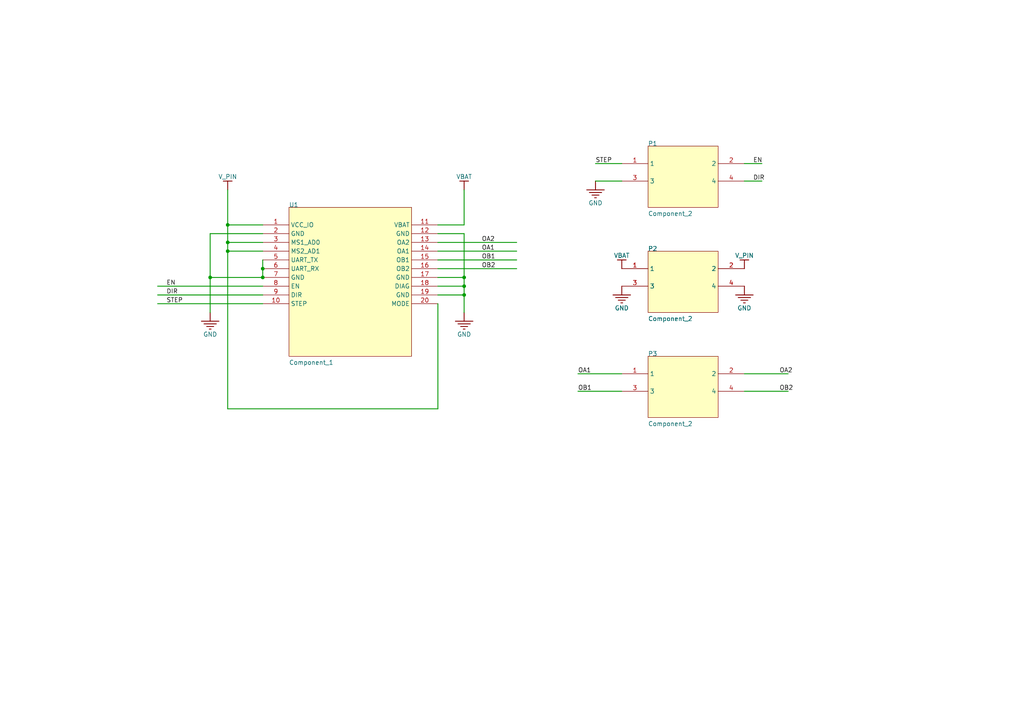
<source format=kicad_sch>
(kicad_sch (version 20211123) (generator eeschema)
  (paper "A4")
  (lib_symbols
    (symbol "TMC-altium-import:0_Component_1"
      (property "Value" "0_Component_1" (at 0 0 0))
      (symbol "0_Component_1_1_0"
        (rectangle (start 20.32 25.4) (end -15.24 -17.78) (fill (type background)))
        (pin passive line (at -22.86 20.32 0) (length 7.62) (name "VCC_IO") (number "1"))
        (pin passive line (at -22.86 -2.54 0) (length 7.62) (name "STEP") (number "10"))
        (pin passive line (at 27.94 20.32 180) (length 7.62) (name "VBAT") (number "11"))
        (pin passive line (at 27.94 17.78 180) (length 7.62) (name "GND") (number "12"))
        (pin passive line (at 27.94 15.24 180) (length 7.62) (name "OA2") (number "13"))
        (pin passive line (at 27.94 12.7 180) (length 7.62) (name "OA1") (number "14"))
        (pin passive line (at 27.94 10.16 180) (length 7.62) (name "OB1") (number "15"))
        (pin passive line (at 27.94 7.62 180) (length 7.62) (name "OB2") (number "16"))
        (pin passive line (at 27.94 5.08 180) (length 7.62) (name "GND") (number "17"))
        (pin passive line (at 27.94 2.54 180) (length 7.62) (name "DIAG") (number "18"))
        (pin passive line (at 27.94 0 180) (length 7.62) (name "GND") (number "19"))
        (pin passive line (at -22.86 17.78 0) (length 7.62) (name "GND") (number "2"))
        (pin passive line (at 27.94 -2.54 180) (length 7.62) (name "MODE") (number "20"))
        (pin passive line (at -22.86 15.24 0) (length 7.62) (name "MS1_AD0") (number "3"))
        (pin passive line (at -22.86 12.7 0) (length 7.62) (name "MS2_AD1") (number "4"))
        (pin passive line (at -22.86 10.16 0) (length 7.62) (name "UART_TX") (number "5"))
        (pin passive line (at -22.86 7.62 0) (length 7.62) (name "UART_RX") (number "6"))
        (pin passive line (at -22.86 5.08 0) (length 7.62) (name "GND") (number "7"))
        (pin passive line (at -22.86 2.54 0) (length 7.62) (name "EN") (number "8"))
        (pin passive line (at -22.86 0 0) (length 7.62) (name "DIR") (number "9"))
      )
    )
    (symbol "TMC-altium-import:0_Component_2"
      (property "Value" "0_Component_2" (at 0 0 0))
      (symbol "0_Component_2_1_0"
        (rectangle (start 10.16 10.16) (end -10.16 -7.62) (fill (type background)))
        (pin passive line (at -17.78 5.08 0) (length 7.62) (name "1") (number "1"))
        (pin passive line (at 17.78 5.08 180) (length 7.62) (name "2") (number "2"))
        (pin passive line (at -17.78 0 0) (length 7.62) (name "3") (number "3"))
        (pin passive line (at 17.78 0 180) (length 7.62) (name "4") (number "4"))
      )
    )
    (symbol "TMC-altium-import:GND" (power)
      (property "Reference" "#PWR" (at 0 0 0))
      (property "Value" "GND" (at 0 6.35 0))
      (symbol "GND_0_0"
        (polyline (pts (xy -2.54 -2.54) (xy 2.54 -2.54)) (stroke (width 0.254)))
        (polyline (pts (xy -1.778 -3.302) (xy 1.778 -3.302)) (stroke (width 0.254)))
        (polyline (pts (xy -1.016 -4.064) (xy 1.016 -4.064)) (stroke (width 0.254)))
        (polyline (pts (xy -0.254 -4.826) (xy 0.254 -4.826)) (stroke (width 0.254)))
        (polyline (pts (xy 0 0) (xy 0 -2.54)) (stroke (width 0.254)))
        (pin power_in line (at 0 0 0) (length 0) hide (name "GND") (number ""))
      )
    )
    (symbol "TMC-altium-import:VBAT" (power)
      (property "Reference" "#PWR" (at 0 0 0))
      (property "Value" "VBAT" (at 0 3.81 0))
      (symbol "VBAT_0_0"
        (polyline (pts (xy -1.27 -2.54) (xy 1.27 -2.54)) (stroke (width 0.254)))
        (polyline (pts (xy 0 0) (xy 0 -2.54)) (stroke (width 0.254)))
        (pin power_in line (at 0 0 0) (length 0) hide (name "VBAT") (number ""))
      )
    )
    (symbol "TMC-altium-import:V_PIN" (power)
      (property "Reference" "#PWR" (at 0 0 0))
      (property "Value" "V_PIN" (at 0 3.81 0))
      (symbol "V_PIN_0_0"
        (polyline (pts (xy -1.27 -2.54) (xy 1.27 -2.54)) (stroke (width 0.254)))
        (polyline (pts (xy 0 0) (xy 0 -2.54)) (stroke (width 0.254)))
        (pin power_in line (at 0 0 0) (length 0) hide (name "V_PIN") (number ""))
      )
    )
  )
  (junction (at 134.62 83.0072))
  (junction (at 60.96 80.4672))
  (junction (at 76.2 77.9272))
  (junction (at 76.2 80.4672))
  (junction (at 134.62 85.5472))
  (junction (at 66.04 65.2272))
  (junction (at 66.04 70.3072))
  (junction (at 66.04 72.8472))
  (junction (at 134.62 80.4672))
  (wire (pts (xy 76.2 77.9272) (xy 76.2 80.4672)) (stroke (width 0.254)))
  (wire (pts (xy 134.62 67.7672) (xy 134.62 80.4672)) (stroke (width 0.254)))
  (wire (pts (xy 215.9 113.4872) (xy 228.6 113.4872)) (stroke (width 0.254)))
  (wire (pts (xy 167.64 108.4072) (xy 180.34 108.4072)) (stroke (width 0.254)))
  (wire (pts (xy 180.34 52.5272) (xy 172.72 52.5272)) (stroke (width 0.254)))
  (wire (pts (xy 127 67.7672) (xy 134.62 67.7672)) (stroke (width 0.254)))
  (wire (pts (xy 127 80.4672) (xy 134.62 80.4672)) (stroke (width 0.254)))
  (wire (pts (xy 60.96 67.7672) (xy 60.96 80.4672)) (stroke (width 0.254)))
  (wire (pts (xy 76.2 67.7672) (xy 60.96 67.7672)) (stroke (width 0.254)))
  (wire (pts (xy 76.2 83.0072) (xy 45.72 83.0072)) (stroke (width 0.254)))
  (wire (pts (xy 66.04 118.5672) (xy 66.04 72.8472)) (stroke (width 0.254)))
  (wire (pts (xy 60.96 80.4672) (xy 60.96 90.6272)) (stroke (width 0.254)))
  (wire (pts (xy 76.2 85.5472) (xy 45.72 85.5472)) (stroke (width 0.254)))
  (wire (pts (xy 127 88.0872) (xy 127 118.5672)) (stroke (width 0.254)))
  (wire (pts (xy 134.62 85.5472) (xy 134.62 90.6272)) (stroke (width 0.254)))
  (wire (pts (xy 134.62 83.0072) (xy 134.62 85.5472)) (stroke (width 0.254)))
  (wire (pts (xy 66.04 72.8472) (xy 76.2 72.8472)) (stroke (width 0.254)))
  (wire (pts (xy 76.2 80.4672) (xy 60.96 80.4672)) (stroke (width 0.254)))
  (wire (pts (xy 76.2 75.3872) (xy 76.2 77.9272)) (stroke (width 0.254)))
  (wire (pts (xy 66.04 65.2272) (xy 66.04 70.3072)) (stroke (width 0.254)))
  (wire (pts (xy 127 70.3072) (xy 149.86 70.3072)) (stroke (width 0.254)))
  (wire (pts (xy 66.04 70.3072) (xy 66.04 72.8472)) (stroke (width 0.254)))
  (wire (pts (xy 134.62 65.2272) (xy 134.62 55.0672)) (stroke (width 0.254)))
  (wire (pts (xy 180.34 113.4872) (xy 167.64 113.4872)) (stroke (width 0.254)))
  (wire (pts (xy 127 83.0072) (xy 134.62 83.0072)) (stroke (width 0.254)))
  (wire (pts (xy 127 77.9272) (xy 149.86 77.9272)) (stroke (width 0.254)))
  (wire (pts (xy 220.98 47.4472) (xy 215.9 47.4472)) (stroke (width 0.254)))
  (wire (pts (xy 215.9 108.4072) (xy 228.6 108.4072)) (stroke (width 0.254)))
  (wire (pts (xy 127 72.8472) (xy 149.86 72.8472)) (stroke (width 0.254)))
  (wire (pts (xy 180.34 47.4472) (xy 172.72 47.4472)) (stroke (width 0.254)))
  (wire (pts (xy 134.62 80.4672) (xy 134.62 83.0072)) (stroke (width 0.254)))
  (wire (pts (xy 66.04 55.0672) (xy 66.04 65.2272)) (stroke (width 0.254)))
  (wire (pts (xy 127 75.3872) (xy 149.86 75.3872)) (stroke (width 0.254)))
  (wire (pts (xy 127 85.5472) (xy 134.62 85.5472)) (stroke (width 0.254)))
  (wire (pts (xy 215.9 52.5272) (xy 220.98 52.5272)) (stroke (width 0.254)))
  (wire (pts (xy 76.2 88.0872) (xy 45.72 88.0872)) (stroke (width 0.254)))
  (wire (pts (xy 76.2 70.3072) (xy 66.04 70.3072)) (stroke (width 0.254)))
  (wire (pts (xy 66.04 65.2272) (xy 76.2 65.2272)) (stroke (width 0.254)))
  (wire (pts (xy 127 65.2272) (xy 134.62 65.2272)) (stroke (width 0.254)))
  (wire (pts (xy 127 118.5672) (xy 66.04 118.5672)) (stroke (width 0.254)))
  (label "DIR" (at 48.26 85.5472 0))
  (label "STEP" (at 48.26 88.0872 0))
  (label "OA2" (at 139.7 70.3072 0))
  (label "OA1" (at 139.7 72.8472 0))
  (label "EN" (at 48.26 83.0072 0))
  (label "OB1" (at 139.7 75.3872 0))
  (label "OB1" (at 167.64 113.4872 0))
  (label "OA1" (at 167.64 108.4072 0))
  (label "OA2" (at 226.06 108.4072 0))
  (label "EN" (at 218.44 47.4472 0))
  (label "DIR" (at 218.44 52.5272 0))
  (label "OB2" (at 226.06 113.4872 0))
  (label "OB2" (at 139.7 77.9272 0))
  (label "STEP" (at 172.72 47.4472 0))
  (symbol (lib_id "TMC-altium-import:VBAT") (at 134.62 55.0672 180) (unit 1)
    (property "Reference" "#PWR?" (effects hide))
    (property "Value" "VBAT" (at 134.62 51.2572 0))
  )
  (symbol (lib_id "TMC-altium-import:GND") (at 60.96 90.6272 0) (unit 1)
    (property "Reference" "#PWR?" (effects hide))
    (property "Value" "GND" (at 60.96 96.9772 0))
  )
  (symbol (lib_id "TMC-altium-import:GND") (at 134.62 90.6272 0) (unit 1)
    (property "Reference" "#PWR?" (effects hide))
    (property "Value" "GND" (at 134.62 96.9772 0))
  )
  (symbol (lib_id "TMC-altium-import:0_Component_2") (at 198.12 113.4872 0) (unit 1)
    (property "Reference" "P3" (at 187.96 103.3272 0) (effects (justify left bottom)))
    (property "Value" "Component_2" (at 187.96 123.6472 0) (effects (justify left bottom)))
    (property "Footprint" "Connector" (effects hide))
  )
  (symbol (lib_id "TMC-altium-import:GND") (at 180.34 83.0072 0) (unit 1)
    (property "Reference" "#PWR?" (effects hide))
    (property "Value" "GND" (at 180.34 89.3572 0))
  )
  (symbol (lib_id "TMC-altium-import:V_PIN") (at 215.9 77.9272 180) (unit 1)
    (property "Reference" "#PWR?" (effects hide))
    (property "Value" "V_PIN" (at 215.9 74.1172 0))
  )
  (symbol (lib_id "TMC-altium-import:0_Component_2") (at 198.12 83.0072 0) (unit 1)
    (property "Reference" "P2" (at 187.96 72.8472 0) (effects (justify left bottom)))
    (property "Value" "Component_2" (at 187.96 93.1672 0) (effects (justify left bottom)))
    (property "Footprint" "Connector" (effects hide))
  )
  (symbol (lib_id "TMC-altium-import:0_Component_2") (at 198.12 52.5272 0) (unit 1)
    (property "Reference" "P1" (at 187.96 42.3672 0) (effects (justify left bottom)))
    (property "Value" "Component_2" (at 187.96 62.6872 0) (effects (justify left bottom)))
    (property "Footprint" "Connector" (effects hide))
  )
  (symbol (lib_id "TMC-altium-import:V_PIN") (at 66.04 55.0672 180) (unit 1)
    (property "Reference" "#PWR?" (effects hide))
    (property "Value" "V_PIN" (at 66.04 51.2572 0))
  )
  (symbol (lib_id "TMC-altium-import:0_Component_1") (at 99.06 85.5472 0) (unit 1)
    (property "Reference" "U1" (at 83.82 60.1472 0) (effects (justify left bottom)))
    (property "Value" "Component_1" (at 83.82 105.8672 0) (effects (justify left bottom)))
    (property "Footprint" "BOB" (effects hide))
  )
  (symbol (lib_id "TMC-altium-import:GND") (at 172.72 52.5272 0) (unit 1)
    (property "Reference" "#PWR?" (effects hide))
    (property "Value" "GND" (at 172.72 58.8772 0))
  )
  (symbol (lib_id "TMC-altium-import:GND") (at 215.9 83.0072 0) (unit 1)
    (property "Reference" "#PWR?" (effects hide))
    (property "Value" "GND" (at 215.9 89.3572 0))
  )
  (symbol (lib_id "TMC-altium-import:VBAT") (at 180.34 77.9272 180) (unit 1)
    (property "Reference" "#PWR?" (effects hide))
    (property "Value" "VBAT" (at 180.34 74.1172 0))
  )
)
</source>
